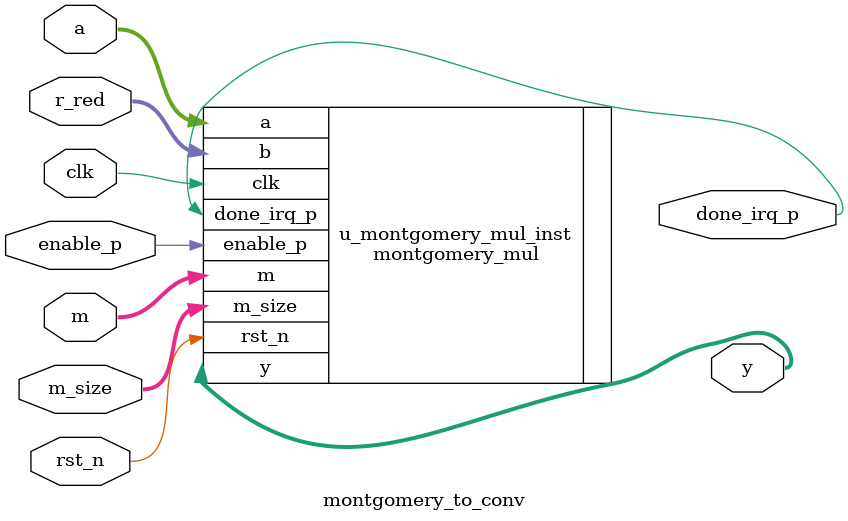
<source format=v>

module montgomery_to_conv #(
  parameter NBITS = 2048,
  parameter PBITS = 1
 ) (
  input               clk,
  input               rst_n,
  input               enable_p,
  input  [NBITS-1 :0] a,
  input  [NBITS-1 :0] m,
  input  [NBITS-1 :0] r_red,
  input  [$clog2(NBITS)+2 :0] m_size,
  output [NBITS-1 :0] y,
  output              done_irq_p
);

montgomery_mul #(
  .NBITS (NBITS),
  .PBITS (PBITS)
 ) u_montgomery_mul_inst (
  .clk               (clk),             //input               
  .rst_n             (rst_n),           //input               
  .enable_p          (enable_p),        //input               
  .a                 (a),               //input  [NBITS-1 :0] 
  .b                 (r_red  ),         //input  [NBITS-1 :0] 
  .m                 (m),               //input  [NBITS-1 :0] 
  .m_size            (m_size),          //input  [10      :0] 
  .y                 (y),               //output [NBITS-1 :0] 
  .done_irq_p        (done_irq_p)       //output              
);

// mod_mul_il #(
//  .NBITS (NBITS)
// ) u_mod_mul_il_inst (
//  .clk               (clk),                    //input               
//  .rst_n             (rst_n),                  //input               
//  .enable_p          (enable_p),               //input               
//  .a                 (a),                      //input  [NBITS-1 :0] 
//  .b                 (r_red),                  //input  [NBITS-1 :0] 
//  .m                 (m),                      //input  [NBITS-1 :0] 
//  .y                 (y),                      //output [NBITS-1 :0] 
//  .done_irq_p        (done_irq_p)              //output              
//);

endmodule

</source>
